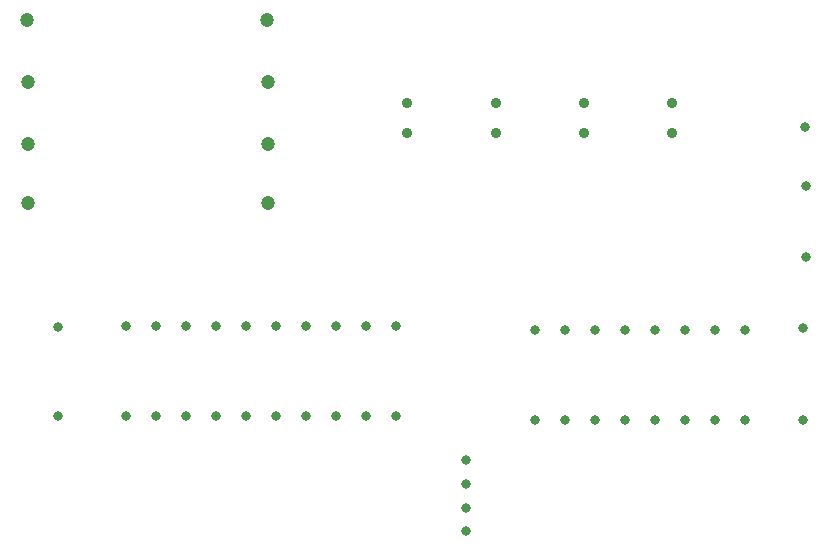
<source format=gbr>
%TF.GenerationSoftware,KiCad,Pcbnew,9.0.3-9.0.3-0~ubuntu22.04.1*%
%TF.CreationDate,2025-07-10T12:20:55+05:30*%
%TF.ProjectId,ProgramCounter,50726f67-7261-46d4-936f-756e7465722e,rev?*%
%TF.SameCoordinates,Original*%
%TF.FileFunction,Plated,1,2,PTH,Drill*%
%TF.FilePolarity,Positive*%
%FSLAX46Y46*%
G04 Gerber Fmt 4.6, Leading zero omitted, Abs format (unit mm)*
G04 Created by KiCad (PCBNEW 9.0.3-9.0.3-0~ubuntu22.04.1) date 2025-07-10 12:20:55*
%MOMM*%
%LPD*%
G01*
G04 APERTURE LIST*
%TA.AperFunction,ComponentDrill*%
%ADD10C,0.800000*%
%TD*%
%TA.AperFunction,ComponentDrill*%
%ADD11C,0.900000*%
%TD*%
%TA.AperFunction,ComponentDrill*%
%ADD12C,1.200000*%
%TD*%
G04 APERTURE END LIST*
D10*
%TO.C,VCC1*%
X36000000Y-63500000D03*
%TO.C,GND1*%
X36000000Y-71000000D03*
%TO.C,U1*%
X41760000Y-63380000D03*
X41760000Y-71000000D03*
X44300000Y-63380000D03*
X44300000Y-71000000D03*
X46840000Y-63380000D03*
X46840000Y-71000000D03*
X49380000Y-63380000D03*
X49380000Y-71000000D03*
X51920000Y-63380000D03*
X51920000Y-71000000D03*
X54460000Y-63380000D03*
X54460000Y-71000000D03*
X57000000Y-63380000D03*
X57000000Y-71000000D03*
X59540000Y-63380000D03*
X59540000Y-71000000D03*
X62080000Y-63380000D03*
X62080000Y-71000000D03*
X64620000Y-63380000D03*
X64620000Y-71000000D03*
%TO.C,BUS1*%
X70500000Y-74750000D03*
X70500000Y-76750000D03*
X70500000Y-78750000D03*
X70500000Y-80750000D03*
%TO.C,U2*%
X76360000Y-63685000D03*
X76360000Y-71305000D03*
X78900000Y-63685000D03*
X78900000Y-71305000D03*
X81440000Y-63685000D03*
X81440000Y-71305000D03*
X83980000Y-63685000D03*
X83980000Y-71305000D03*
X86520000Y-63685000D03*
X86520000Y-71305000D03*
X89060000Y-63685000D03*
X89060000Y-71305000D03*
X91600000Y-63685000D03*
X91600000Y-71305000D03*
X94140000Y-63685000D03*
X94140000Y-71305000D03*
%TO.C,~{J}1*%
X99020000Y-63555000D03*
%TO.C,CE1*%
X99020000Y-71305000D03*
%TO.C,~{CO}1*%
X99250000Y-46500000D03*
%TO.C,~{CLR}1*%
X99270000Y-51555000D03*
%TO.C,CLK1*%
X99270000Y-57555000D03*
D11*
%TO.C,D1*%
X65560000Y-44475000D03*
X65560000Y-47015000D03*
%TO.C,D2*%
X73030000Y-44475000D03*
X73030000Y-47015000D03*
%TO.C,D3*%
X80500000Y-44475000D03*
X80500000Y-47015000D03*
%TO.C,D4*%
X87970000Y-44475000D03*
X87970000Y-47015000D03*
D12*
%TO.C,R4*%
X33340000Y-37500000D03*
%TO.C,R3*%
X33430000Y-42750000D03*
%TO.C,R2*%
X33430000Y-48000000D03*
%TO.C,R1*%
X33430000Y-53000000D03*
%TO.C,R4*%
X53660000Y-37500000D03*
%TO.C,R3*%
X53750000Y-42750000D03*
%TO.C,R2*%
X53750000Y-48000000D03*
%TO.C,R1*%
X53750000Y-53000000D03*
M02*

</source>
